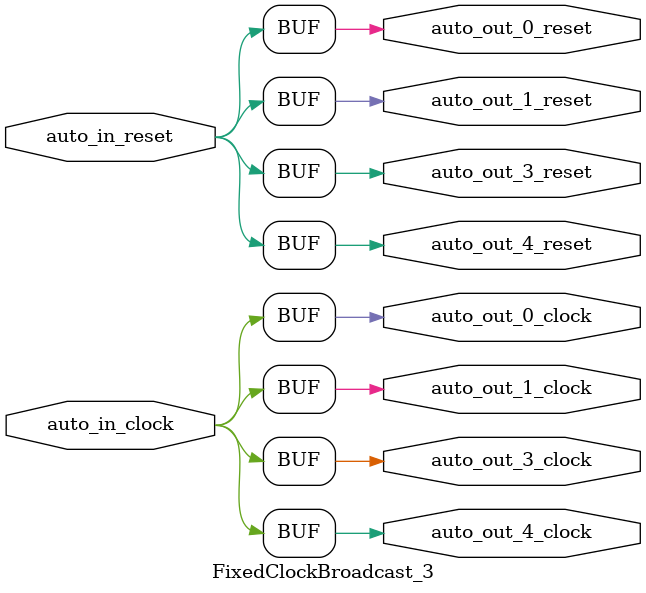
<source format=sv>
`ifndef RANDOMIZE
  `ifdef RANDOMIZE_REG_INIT
    `define RANDOMIZE
  `endif // RANDOMIZE_REG_INIT
`endif // not def RANDOMIZE
`ifndef RANDOMIZE
  `ifdef RANDOMIZE_MEM_INIT
    `define RANDOMIZE
  `endif // RANDOMIZE_MEM_INIT
`endif // not def RANDOMIZE

`ifndef RANDOM
  `define RANDOM $random
`endif // not def RANDOM

// Users can define 'PRINTF_COND' to add an extra gate to prints.
`ifndef PRINTF_COND_
  `ifdef PRINTF_COND
    `define PRINTF_COND_ (`PRINTF_COND)
  `else  // PRINTF_COND
    `define PRINTF_COND_ 1
  `endif // PRINTF_COND
`endif // not def PRINTF_COND_

// Users can define 'ASSERT_VERBOSE_COND' to add an extra gate to assert error printing.
`ifndef ASSERT_VERBOSE_COND_
  `ifdef ASSERT_VERBOSE_COND
    `define ASSERT_VERBOSE_COND_ (`ASSERT_VERBOSE_COND)
  `else  // ASSERT_VERBOSE_COND
    `define ASSERT_VERBOSE_COND_ 1
  `endif // ASSERT_VERBOSE_COND
`endif // not def ASSERT_VERBOSE_COND_

// Users can define 'STOP_COND' to add an extra gate to stop conditions.
`ifndef STOP_COND_
  `ifdef STOP_COND
    `define STOP_COND_ (`STOP_COND)
  `else  // STOP_COND
    `define STOP_COND_ 1
  `endif // STOP_COND
`endif // not def STOP_COND_

// Users can define INIT_RANDOM as general code that gets injected into the
// initializer block for modules with registers.
`ifndef INIT_RANDOM
  `define INIT_RANDOM
`endif // not def INIT_RANDOM

// If using random initialization, you can also define RANDOMIZE_DELAY to
// customize the delay used, otherwise 0.002 is used.
`ifndef RANDOMIZE_DELAY
  `define RANDOMIZE_DELAY 0.002
`endif // not def RANDOMIZE_DELAY

// Define INIT_RANDOM_PROLOG_ for use in our modules below.
`ifndef INIT_RANDOM_PROLOG_
  `ifdef RANDOMIZE
    `ifdef VERILATOR
      `define INIT_RANDOM_PROLOG_ `INIT_RANDOM
    `else  // VERILATOR
      `define INIT_RANDOM_PROLOG_ `INIT_RANDOM #`RANDOMIZE_DELAY begin end
    `endif // VERILATOR
  `else  // RANDOMIZE
    `define INIT_RANDOM_PROLOG_
  `endif // RANDOMIZE
`endif // not def INIT_RANDOM_PROLOG_

// Include register initializers in init blocks unless synthesis is set
`ifndef SYNTHESIS
  `ifndef ENABLE_INITIAL_REG_
    `define ENABLE_INITIAL_REG_
  `endif // not def ENABLE_INITIAL_REG_
`endif // not def SYNTHESIS

// Include rmemory initializers in init blocks unless synthesis is set
`ifndef SYNTHESIS
  `ifndef ENABLE_INITIAL_MEM_
    `define ENABLE_INITIAL_MEM_
  `endif // not def ENABLE_INITIAL_MEM_
`endif // not def SYNTHESIS

module FixedClockBroadcast_3(
  input  auto_in_clock,
         auto_in_reset,
  output auto_out_4_clock,
         auto_out_4_reset,
         auto_out_3_clock,
         auto_out_3_reset,
         auto_out_1_clock,
         auto_out_1_reset,
         auto_out_0_clock,
         auto_out_0_reset
);

  assign auto_out_4_clock = auto_in_clock;
  assign auto_out_4_reset = auto_in_reset;
  assign auto_out_3_clock = auto_in_clock;
  assign auto_out_3_reset = auto_in_reset;
  assign auto_out_1_clock = auto_in_clock;
  assign auto_out_1_reset = auto_in_reset;
  assign auto_out_0_clock = auto_in_clock;
  assign auto_out_0_reset = auto_in_reset;
endmodule


</source>
